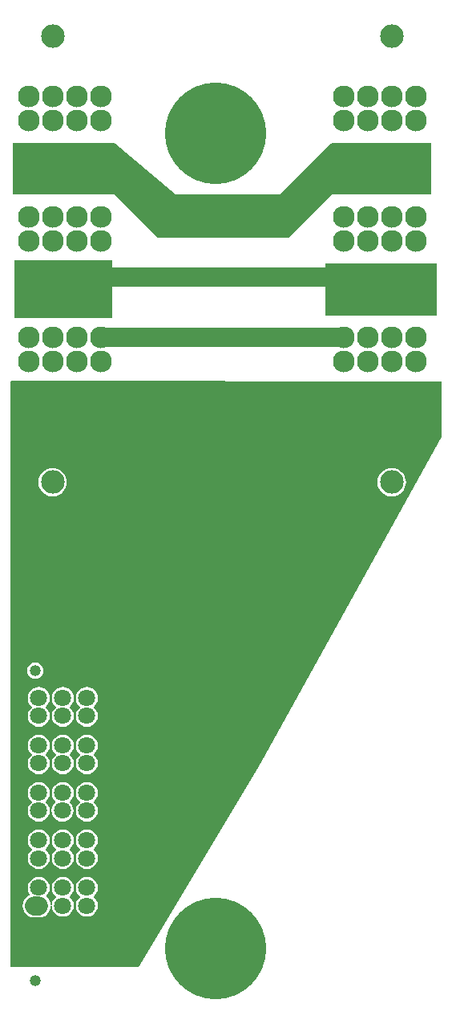
<source format=gbl>
G04 Layer_Physical_Order=2*
G04 Layer_Color=16711680*
%FSLAX42Y42*%
%MOMM*%
G71*
G01*
G75*
%ADD10C,2.00*%
%ADD11C,2.49*%
%ADD12C,2.30*%
%ADD13C,1.80*%
%ADD14C,1.19*%
%ADD15C,10.70*%
G36*
X2050Y9260D02*
X2050Y8650D01*
X1020Y8650D01*
Y9260D01*
X2050Y9260D01*
D02*
G37*
G36*
X5530Y7980D02*
Y7400D01*
X3594Y3906D01*
X2330Y1810D01*
X980D01*
Y7981D01*
X989Y7990D01*
X5530Y7980D01*
D02*
G37*
G36*
X5425Y9950D02*
X4375D01*
X3925Y9500D01*
X3226Y9500D01*
D01*
X2525Y9500D01*
X2075Y9950D01*
Y9950D01*
X1000D01*
Y10500D01*
X2075D01*
Y10485D01*
X2087Y10490D01*
X2718Y9950D01*
X3825Y9950D01*
X4363Y10488D01*
X4375Y10483D01*
Y10500D01*
X5425D01*
Y9950D01*
D02*
G37*
G36*
X5480Y8675D02*
X4300D01*
Y9230D01*
X5480D01*
Y8675D01*
D02*
G37*
%LPC*%
G36*
X1276Y3760D02*
X1246Y3756D01*
X1218Y3745D01*
X1194Y3726D01*
X1175Y3702D01*
X1164Y3674D01*
X1160Y3644D01*
X1164Y3614D01*
X1175Y3586D01*
X1194Y3562D01*
X1201Y3556D01*
Y3544D01*
X1194Y3538D01*
X1175Y3514D01*
X1164Y3486D01*
X1160Y3456D01*
X1164Y3426D01*
X1175Y3398D01*
X1194Y3374D01*
X1218Y3355D01*
X1246Y3344D01*
X1276Y3340D01*
X1306Y3344D01*
X1334Y3355D01*
X1358Y3374D01*
X1377Y3398D01*
X1388Y3426D01*
X1392Y3456D01*
X1388Y3486D01*
X1377Y3514D01*
X1358Y3538D01*
X1351Y3544D01*
Y3556D01*
X1358Y3562D01*
X1377Y3586D01*
X1388Y3614D01*
X1392Y3644D01*
X1388Y3674D01*
X1377Y3702D01*
X1358Y3726D01*
X1334Y3745D01*
X1306Y3756D01*
X1276Y3760D01*
D02*
G37*
G36*
X1784Y3260D02*
X1754Y3256D01*
X1726Y3245D01*
X1702Y3226D01*
X1683Y3202D01*
X1672Y3174D01*
X1668Y3144D01*
X1672Y3114D01*
X1683Y3086D01*
X1702Y3062D01*
X1709Y3056D01*
Y3044D01*
X1702Y3038D01*
X1683Y3014D01*
X1672Y2986D01*
X1668Y2956D01*
X1672Y2926D01*
X1683Y2898D01*
X1702Y2874D01*
X1726Y2855D01*
X1754Y2844D01*
X1784Y2840D01*
X1814Y2844D01*
X1842Y2855D01*
X1866Y2874D01*
X1885Y2898D01*
X1896Y2926D01*
X1900Y2956D01*
X1896Y2986D01*
X1885Y3014D01*
X1866Y3038D01*
X1859Y3044D01*
Y3056D01*
X1866Y3062D01*
X1885Y3086D01*
X1896Y3114D01*
X1900Y3144D01*
X1896Y3174D01*
X1885Y3202D01*
X1866Y3226D01*
X1842Y3245D01*
X1814Y3256D01*
X1784Y3260D01*
D02*
G37*
G36*
Y3760D02*
X1754Y3756D01*
X1726Y3745D01*
X1702Y3726D01*
X1683Y3702D01*
X1672Y3674D01*
X1668Y3644D01*
X1672Y3614D01*
X1683Y3586D01*
X1702Y3562D01*
X1709Y3556D01*
Y3544D01*
X1702Y3538D01*
X1683Y3514D01*
X1672Y3486D01*
X1668Y3456D01*
X1672Y3426D01*
X1683Y3398D01*
X1702Y3374D01*
X1726Y3355D01*
X1754Y3344D01*
X1784Y3340D01*
X1814Y3344D01*
X1842Y3355D01*
X1866Y3374D01*
X1885Y3398D01*
X1896Y3426D01*
X1900Y3456D01*
X1896Y3486D01*
X1885Y3514D01*
X1866Y3538D01*
X1859Y3544D01*
Y3556D01*
X1866Y3562D01*
X1885Y3586D01*
X1896Y3614D01*
X1900Y3644D01*
X1896Y3674D01*
X1885Y3702D01*
X1866Y3726D01*
X1842Y3745D01*
X1814Y3756D01*
X1784Y3760D01*
D02*
G37*
G36*
X1530D02*
X1500Y3756D01*
X1472Y3745D01*
X1448Y3726D01*
X1429Y3702D01*
X1418Y3674D01*
X1414Y3644D01*
X1418Y3614D01*
X1429Y3586D01*
X1448Y3562D01*
X1453Y3558D01*
Y3545D01*
X1444Y3538D01*
X1425Y3514D01*
X1414Y3486D01*
X1410Y3456D01*
X1414Y3426D01*
X1425Y3398D01*
X1444Y3374D01*
X1468Y3355D01*
X1496Y3344D01*
X1526Y3340D01*
X1556Y3344D01*
X1584Y3355D01*
X1608Y3374D01*
X1627Y3398D01*
X1638Y3426D01*
X1642Y3456D01*
X1638Y3486D01*
X1627Y3514D01*
X1608Y3538D01*
X1603Y3542D01*
Y3555D01*
X1612Y3562D01*
X1631Y3586D01*
X1642Y3614D01*
X1646Y3644D01*
X1642Y3674D01*
X1631Y3702D01*
X1612Y3726D01*
X1588Y3745D01*
X1560Y3756D01*
X1530Y3760D01*
D02*
G37*
G36*
Y2760D02*
X1500Y2756D01*
X1472Y2745D01*
X1448Y2726D01*
X1429Y2702D01*
X1418Y2674D01*
X1414Y2644D01*
X1418Y2614D01*
X1429Y2586D01*
X1448Y2562D01*
X1455Y2556D01*
Y2544D01*
X1448Y2538D01*
X1429Y2514D01*
X1418Y2486D01*
X1414Y2462D01*
X1402D01*
X1398Y2489D01*
X1386Y2519D01*
X1365Y2545D01*
X1360Y2549D01*
X1361Y2565D01*
X1377Y2586D01*
X1388Y2614D01*
X1392Y2644D01*
X1388Y2674D01*
X1377Y2702D01*
X1358Y2726D01*
X1334Y2745D01*
X1306Y2756D01*
X1276Y2760D01*
X1246Y2756D01*
X1218Y2745D01*
X1194Y2726D01*
X1175Y2702D01*
X1164Y2674D01*
X1160Y2644D01*
X1164Y2614D01*
X1175Y2586D01*
X1179Y2581D01*
X1176Y2569D01*
X1168Y2566D01*
X1142Y2545D01*
X1121Y2519D01*
X1109Y2489D01*
X1105Y2456D01*
X1109Y2423D01*
X1121Y2393D01*
X1142Y2367D01*
X1168Y2346D01*
X1198Y2334D01*
X1231Y2330D01*
X1276D01*
X1309Y2334D01*
X1339Y2346D01*
X1365Y2367D01*
X1386Y2393D01*
X1398Y2423D01*
X1402Y2450D01*
X1414D01*
X1418Y2426D01*
X1429Y2398D01*
X1448Y2374D01*
X1472Y2355D01*
X1500Y2344D01*
X1530Y2340D01*
X1560Y2344D01*
X1588Y2355D01*
X1612Y2374D01*
X1631Y2398D01*
X1642Y2426D01*
X1646Y2456D01*
X1642Y2486D01*
X1631Y2514D01*
X1612Y2538D01*
X1605Y2544D01*
Y2556D01*
X1612Y2562D01*
X1631Y2586D01*
X1642Y2614D01*
X1646Y2644D01*
X1642Y2674D01*
X1631Y2702D01*
X1612Y2726D01*
X1588Y2745D01*
X1560Y2756D01*
X1530Y2760D01*
D02*
G37*
G36*
X1784D02*
X1754Y2756D01*
X1726Y2745D01*
X1702Y2726D01*
X1683Y2702D01*
X1672Y2674D01*
X1668Y2644D01*
X1672Y2614D01*
X1683Y2586D01*
X1702Y2562D01*
X1709Y2556D01*
Y2544D01*
X1702Y2538D01*
X1683Y2514D01*
X1672Y2486D01*
X1668Y2456D01*
X1672Y2426D01*
X1683Y2398D01*
X1702Y2374D01*
X1726Y2355D01*
X1754Y2344D01*
X1784Y2340D01*
X1814Y2344D01*
X1842Y2355D01*
X1866Y2374D01*
X1885Y2398D01*
X1896Y2426D01*
X1900Y2456D01*
X1896Y2486D01*
X1885Y2514D01*
X1866Y2538D01*
X1859Y2544D01*
Y2556D01*
X1866Y2562D01*
X1885Y2586D01*
X1896Y2614D01*
X1900Y2644D01*
X1896Y2674D01*
X1885Y2702D01*
X1866Y2726D01*
X1842Y2745D01*
X1814Y2756D01*
X1784Y2760D01*
D02*
G37*
G36*
X1530Y3260D02*
X1500Y3256D01*
X1472Y3245D01*
X1448Y3226D01*
X1429Y3202D01*
X1418Y3174D01*
X1414Y3144D01*
X1418Y3114D01*
X1429Y3086D01*
X1448Y3062D01*
X1455Y3056D01*
Y3044D01*
X1448Y3038D01*
X1429Y3014D01*
X1418Y2986D01*
X1414Y2956D01*
X1418Y2926D01*
X1429Y2898D01*
X1448Y2874D01*
X1472Y2855D01*
X1500Y2844D01*
X1530Y2840D01*
X1560Y2844D01*
X1588Y2855D01*
X1612Y2874D01*
X1631Y2898D01*
X1642Y2926D01*
X1646Y2956D01*
X1642Y2986D01*
X1631Y3014D01*
X1612Y3038D01*
X1605Y3044D01*
Y3056D01*
X1612Y3062D01*
X1631Y3086D01*
X1642Y3114D01*
X1646Y3144D01*
X1642Y3174D01*
X1631Y3202D01*
X1612Y3226D01*
X1588Y3245D01*
X1560Y3256D01*
X1530Y3260D01*
D02*
G37*
G36*
X1276D02*
X1246Y3256D01*
X1218Y3245D01*
X1194Y3226D01*
X1175Y3202D01*
X1164Y3174D01*
X1160Y3144D01*
X1164Y3114D01*
X1175Y3086D01*
X1194Y3062D01*
X1201Y3056D01*
Y3044D01*
X1194Y3038D01*
X1175Y3014D01*
X1164Y2986D01*
X1160Y2956D01*
X1164Y2926D01*
X1175Y2898D01*
X1194Y2874D01*
X1218Y2855D01*
X1246Y2844D01*
X1276Y2840D01*
X1306Y2844D01*
X1334Y2855D01*
X1358Y2874D01*
X1377Y2898D01*
X1388Y2926D01*
X1392Y2956D01*
X1388Y2986D01*
X1377Y3014D01*
X1358Y3038D01*
X1351Y3044D01*
Y3056D01*
X1358Y3062D01*
X1377Y3086D01*
X1388Y3114D01*
X1392Y3144D01*
X1388Y3174D01*
X1377Y3202D01*
X1358Y3226D01*
X1334Y3245D01*
X1306Y3256D01*
X1276Y3260D01*
D02*
G37*
G36*
X1238Y5018D02*
X1216Y5015D01*
X1195Y5006D01*
X1177Y4993D01*
X1164Y4975D01*
X1155Y4954D01*
X1152Y4932D01*
X1155Y4910D01*
X1164Y4889D01*
X1177Y4871D01*
X1195Y4858D01*
X1216Y4849D01*
X1238Y4846D01*
X1260Y4849D01*
X1281Y4858D01*
X1299Y4871D01*
X1312Y4889D01*
X1321Y4910D01*
X1324Y4932D01*
X1321Y4954D01*
X1312Y4975D01*
X1299Y4993D01*
X1281Y5006D01*
X1260Y5015D01*
X1238Y5018D01*
D02*
G37*
G36*
X1784Y4760D02*
X1754Y4756D01*
X1726Y4745D01*
X1702Y4726D01*
X1683Y4702D01*
X1672Y4674D01*
X1668Y4644D01*
X1672Y4614D01*
X1683Y4586D01*
X1702Y4562D01*
X1709Y4556D01*
Y4544D01*
X1702Y4538D01*
X1683Y4514D01*
X1672Y4486D01*
X1668Y4456D01*
X1672Y4426D01*
X1683Y4398D01*
X1702Y4374D01*
X1726Y4355D01*
X1754Y4344D01*
X1784Y4340D01*
X1814Y4344D01*
X1842Y4355D01*
X1866Y4374D01*
X1885Y4398D01*
X1896Y4426D01*
X1900Y4456D01*
X1896Y4486D01*
X1885Y4514D01*
X1866Y4538D01*
X1859Y4544D01*
Y4556D01*
X1866Y4562D01*
X1885Y4586D01*
X1896Y4614D01*
X1900Y4644D01*
X1896Y4674D01*
X1885Y4702D01*
X1866Y4726D01*
X1842Y4745D01*
X1814Y4756D01*
X1784Y4760D01*
D02*
G37*
G36*
X5005Y7071D02*
X4976Y7068D01*
X4947Y7059D01*
X4921Y7045D01*
X4898Y7027D01*
X4880Y7004D01*
X4866Y6978D01*
X4857Y6949D01*
X4854Y6920D01*
X4857Y6891D01*
X4866Y6862D01*
X4880Y6836D01*
X4898Y6813D01*
X4921Y6795D01*
X4947Y6781D01*
X4976Y6772D01*
X5005Y6769D01*
X5034Y6772D01*
X5063Y6781D01*
X5089Y6795D01*
X5112Y6813D01*
X5130Y6836D01*
X5144Y6862D01*
X5153Y6891D01*
X5156Y6920D01*
X5153Y6949D01*
X5144Y6978D01*
X5130Y7004D01*
X5112Y7027D01*
X5089Y7045D01*
X5063Y7059D01*
X5034Y7068D01*
X5005Y7071D01*
D02*
G37*
G36*
X1422D02*
X1393Y7068D01*
X1364Y7059D01*
X1338Y7045D01*
X1315Y7027D01*
X1297Y7004D01*
X1283Y6978D01*
X1274Y6949D01*
X1271Y6920D01*
X1274Y6891D01*
X1283Y6862D01*
X1297Y6836D01*
X1315Y6813D01*
X1338Y6795D01*
X1364Y6781D01*
X1393Y6772D01*
X1422Y6769D01*
X1451Y6772D01*
X1480Y6781D01*
X1506Y6795D01*
X1529Y6813D01*
X1547Y6836D01*
X1561Y6862D01*
X1570Y6891D01*
X1573Y6920D01*
X1570Y6949D01*
X1561Y6978D01*
X1547Y7004D01*
X1529Y7027D01*
X1506Y7045D01*
X1480Y7059D01*
X1451Y7068D01*
X1422Y7071D01*
D02*
G37*
G36*
X1530Y4760D02*
X1500Y4756D01*
X1472Y4745D01*
X1448Y4726D01*
X1429Y4702D01*
X1418Y4674D01*
X1414Y4644D01*
X1418Y4614D01*
X1429Y4586D01*
X1448Y4562D01*
X1455Y4556D01*
Y4544D01*
X1448Y4538D01*
X1429Y4514D01*
X1418Y4486D01*
X1414Y4456D01*
X1418Y4426D01*
X1429Y4398D01*
X1448Y4374D01*
X1472Y4355D01*
X1500Y4344D01*
X1530Y4340D01*
X1560Y4344D01*
X1588Y4355D01*
X1612Y4374D01*
X1631Y4398D01*
X1642Y4426D01*
X1646Y4456D01*
X1642Y4486D01*
X1631Y4514D01*
X1612Y4538D01*
X1605Y4544D01*
Y4556D01*
X1612Y4562D01*
X1631Y4586D01*
X1642Y4614D01*
X1646Y4644D01*
X1642Y4674D01*
X1631Y4702D01*
X1612Y4726D01*
X1588Y4745D01*
X1560Y4756D01*
X1530Y4760D01*
D02*
G37*
G36*
Y4260D02*
X1500Y4256D01*
X1472Y4245D01*
X1448Y4226D01*
X1429Y4202D01*
X1418Y4174D01*
X1414Y4144D01*
X1418Y4114D01*
X1429Y4086D01*
X1448Y4062D01*
X1455Y4056D01*
Y4044D01*
X1448Y4038D01*
X1429Y4014D01*
X1418Y3986D01*
X1414Y3956D01*
X1418Y3926D01*
X1429Y3898D01*
X1448Y3874D01*
X1472Y3855D01*
X1500Y3844D01*
X1530Y3840D01*
X1560Y3844D01*
X1588Y3855D01*
X1612Y3874D01*
X1631Y3898D01*
X1642Y3926D01*
X1646Y3956D01*
X1642Y3986D01*
X1631Y4014D01*
X1612Y4038D01*
X1605Y4044D01*
Y4056D01*
X1612Y4062D01*
X1631Y4086D01*
X1642Y4114D01*
X1646Y4144D01*
X1642Y4174D01*
X1631Y4202D01*
X1612Y4226D01*
X1588Y4245D01*
X1560Y4256D01*
X1530Y4260D01*
D02*
G37*
G36*
X1276D02*
X1246Y4256D01*
X1218Y4245D01*
X1194Y4226D01*
X1175Y4202D01*
X1164Y4174D01*
X1160Y4144D01*
X1164Y4114D01*
X1175Y4086D01*
X1194Y4062D01*
X1201Y4056D01*
Y4044D01*
X1194Y4038D01*
X1175Y4014D01*
X1164Y3986D01*
X1160Y3956D01*
X1164Y3926D01*
X1175Y3898D01*
X1194Y3874D01*
X1218Y3855D01*
X1246Y3844D01*
X1276Y3840D01*
X1306Y3844D01*
X1334Y3855D01*
X1358Y3874D01*
X1377Y3898D01*
X1388Y3926D01*
X1392Y3956D01*
X1388Y3986D01*
X1377Y4014D01*
X1358Y4038D01*
X1351Y4044D01*
Y4056D01*
X1358Y4062D01*
X1377Y4086D01*
X1388Y4114D01*
X1392Y4144D01*
X1388Y4174D01*
X1377Y4202D01*
X1358Y4226D01*
X1334Y4245D01*
X1306Y4256D01*
X1276Y4260D01*
D02*
G37*
G36*
Y4760D02*
X1246Y4756D01*
X1218Y4745D01*
X1194Y4726D01*
X1175Y4702D01*
X1164Y4674D01*
X1160Y4644D01*
X1164Y4614D01*
X1175Y4586D01*
X1194Y4562D01*
X1201Y4556D01*
Y4544D01*
X1194Y4538D01*
X1175Y4514D01*
X1164Y4486D01*
X1160Y4456D01*
X1164Y4426D01*
X1175Y4398D01*
X1194Y4374D01*
X1218Y4355D01*
X1246Y4344D01*
X1276Y4340D01*
X1306Y4344D01*
X1334Y4355D01*
X1358Y4374D01*
X1377Y4398D01*
X1388Y4426D01*
X1392Y4456D01*
X1388Y4486D01*
X1377Y4514D01*
X1358Y4538D01*
X1351Y4544D01*
Y4556D01*
X1358Y4562D01*
X1377Y4586D01*
X1388Y4614D01*
X1392Y4644D01*
X1388Y4674D01*
X1377Y4702D01*
X1358Y4726D01*
X1334Y4745D01*
X1306Y4756D01*
X1276Y4760D01*
D02*
G37*
G36*
X1784Y4260D02*
X1754Y4256D01*
X1726Y4245D01*
X1702Y4226D01*
X1683Y4202D01*
X1672Y4174D01*
X1668Y4144D01*
X1672Y4114D01*
X1683Y4086D01*
X1702Y4062D01*
X1709Y4056D01*
Y4044D01*
X1702Y4038D01*
X1683Y4014D01*
X1672Y3986D01*
X1668Y3956D01*
X1672Y3926D01*
X1683Y3898D01*
X1702Y3874D01*
X1726Y3855D01*
X1754Y3844D01*
X1784Y3840D01*
X1814Y3844D01*
X1842Y3855D01*
X1866Y3874D01*
X1885Y3898D01*
X1896Y3926D01*
X1900Y3956D01*
X1896Y3986D01*
X1885Y4014D01*
X1866Y4038D01*
X1859Y4044D01*
Y4056D01*
X1866Y4062D01*
X1885Y4086D01*
X1896Y4114D01*
X1900Y4144D01*
X1896Y4174D01*
X1885Y4202D01*
X1866Y4226D01*
X1842Y4245D01*
X1814Y4256D01*
X1784Y4260D01*
D02*
G37*
%LPD*%
D10*
X1231Y2456D02*
X1276D01*
X1930Y9079D02*
X4490D01*
X1930Y8444D02*
X4497D01*
D11*
X5005Y11619D02*
D03*
Y6920D02*
D03*
X1422D02*
D03*
Y11619D02*
D03*
D12*
X5259Y10984D02*
D03*
X5005D02*
D03*
X4751D02*
D03*
X4497D02*
D03*
Y10730D02*
D03*
X4751D02*
D03*
X5005D02*
D03*
X5259D02*
D03*
Y10349D02*
D03*
X5005D02*
D03*
X4751D02*
D03*
X4497D02*
D03*
Y10095D02*
D03*
X4751D02*
D03*
X5005D02*
D03*
X5265D02*
D03*
X5259Y9714D02*
D03*
X5005D02*
D03*
X4751D02*
D03*
X4497D02*
D03*
Y9460D02*
D03*
X4751D02*
D03*
X5005D02*
D03*
X5259D02*
D03*
Y9079D02*
D03*
X5005D02*
D03*
X4751D02*
D03*
X4490D02*
D03*
Y8814D02*
D03*
X4751Y8825D02*
D03*
X5005D02*
D03*
X5259D02*
D03*
Y7809D02*
D03*
X5005D02*
D03*
X4751D02*
D03*
X4497D02*
D03*
Y7555D02*
D03*
X4751D02*
D03*
X5005D02*
D03*
X5259D02*
D03*
Y8190D02*
D03*
X5005D02*
D03*
X4751D02*
D03*
X4497D02*
D03*
Y8444D02*
D03*
X4751D02*
D03*
X5005D02*
D03*
X5259D02*
D03*
X1168Y7555D02*
D03*
X1422D02*
D03*
X1676D02*
D03*
X1930D02*
D03*
Y7809D02*
D03*
X1676D02*
D03*
X1422D02*
D03*
X1168D02*
D03*
Y8190D02*
D03*
X1422D02*
D03*
X1676D02*
D03*
X1930D02*
D03*
Y8444D02*
D03*
X1676D02*
D03*
X1422D02*
D03*
X1168D02*
D03*
Y8825D02*
D03*
X1422D02*
D03*
X1676D02*
D03*
X1930D02*
D03*
Y9079D02*
D03*
X1676D02*
D03*
X1422D02*
D03*
X1168D02*
D03*
Y9460D02*
D03*
X1422D02*
D03*
X1676D02*
D03*
X1930D02*
D03*
Y9714D02*
D03*
X1676D02*
D03*
X1422D02*
D03*
X1168D02*
D03*
Y10095D02*
D03*
X1422D02*
D03*
X1676D02*
D03*
X1930D02*
D03*
Y10349D02*
D03*
X1676D02*
D03*
X1422D02*
D03*
X1168D02*
D03*
Y10730D02*
D03*
X1422D02*
D03*
X1676D02*
D03*
X1930D02*
D03*
Y10984D02*
D03*
X1676D02*
D03*
X1422D02*
D03*
X1168D02*
D03*
D13*
X1276Y4644D02*
D03*
Y4456D02*
D03*
X1784Y4644D02*
D03*
X1530Y4456D02*
D03*
X1784D02*
D03*
X1530Y4644D02*
D03*
Y4144D02*
D03*
X1276D02*
D03*
X1784D02*
D03*
Y3956D02*
D03*
X1530D02*
D03*
X1276D02*
D03*
Y3644D02*
D03*
X1530D02*
D03*
X1784D02*
D03*
Y3456D02*
D03*
X1526D02*
D03*
X1276D02*
D03*
Y3144D02*
D03*
X1530D02*
D03*
X1784D02*
D03*
Y2956D02*
D03*
X1530D02*
D03*
X1276D02*
D03*
Y2644D02*
D03*
X1530D02*
D03*
X1784D02*
D03*
Y2456D02*
D03*
X1530D02*
D03*
X1276D02*
D03*
Y2144D02*
D03*
X1530D02*
D03*
X1784D02*
D03*
Y1956D02*
D03*
X1530D02*
D03*
X1276D02*
D03*
D14*
X1238Y4932D02*
D03*
Y1668D02*
D03*
D15*
X3146Y10600D02*
D03*
Y2000D02*
D03*
M02*

</source>
